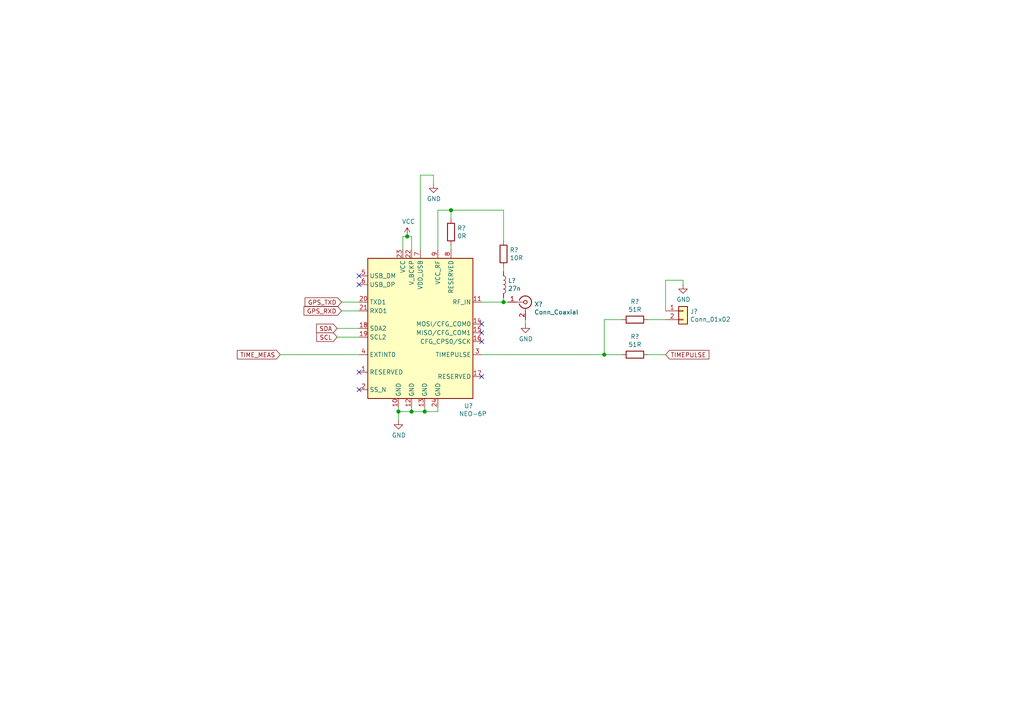
<source format=kicad_sch>
(kicad_sch (version 20210406) (generator eeschema)
  (paper "A4")
  (lib_symbols
    (symbol "Connector_Generic:Conn_01x02" (pin_names (offset 1.016) hide)
      (property "Reference" "J" (at 0 2.54 0))
      (property "Value" "Conn_01x02" (at 0 -5.08 0))
      (symbol "Conn_01x02_1_1"
        (rectangle (start -1.27 -2.413) (end 0 -2.667) (stroke (width 0.1524)))
        (rectangle (start -1.27 0.127) (end 0 -0.127) (stroke (width 0.1524)))
        (rectangle (start -1.27 1.27) (end 1.27 -3.81) (stroke (width 0.254)) (fill (type background)))
        (pin passive line (at -5.08 0 0) (length 3.81) (name "Pin_1") (number "1"))
        (pin passive line (at -5.08 -2.54 0) (length 3.81) (name "Pin_2") (number "2"))
      )
    )
    (symbol "Device:L" (pin_numbers hide) (pin_names (offset 1.016) hide)
      (property "Reference" "L" (at -1.27 0 90))
      (property "Value" "L" (at 1.905 0 90))
      (symbol "L_0_1"
        (arc (start 0 -2.54) (end 0 -1.27) (radius (at 0 -1.905) (length 0.635) (angles -89.9 89.9)))
        (arc (start 0 -1.27) (end 0 0) (radius (at 0 -0.635) (length 0.635) (angles -89.9 89.9)))
        (arc (start 0 0) (end 0 1.27) (radius (at 0 0.635) (length 0.635) (angles -89.9 89.9)))
        (arc (start 0 1.27) (end 0 2.54) (radius (at 0 1.905) (length 0.635) (angles -89.9 89.9)))
      )
      (symbol "L_1_1"
        (pin passive line (at 0 3.81 270) (length 1.27) (name "1") (number "1"))
        (pin passive line (at 0 -3.81 90) (length 1.27) (name "2") (number "2"))
      )
    )
    (symbol "Device:R" (pin_numbers hide) (pin_names (offset 0))
      (property "Reference" "R" (at 2.032 0 90))
      (property "Value" "R" (at 0 0 90))
      (symbol "R_0_1"
        (rectangle (start -1.016 -2.54) (end 1.016 2.54) (stroke (width 0.254)))
      )
      (symbol "R_1_1"
        (pin passive line (at 0 3.81 270) (length 1.27) (name "~") (number "1"))
        (pin passive line (at 0 -3.81 90) (length 1.27) (name "~") (number "2"))
      )
    )
    (symbol "muonpi-kicad-library:Conn_Coaxial" (pin_names (offset 1.016) hide)
      (property "Reference" "J" (at 0.254 3.048 0))
      (property "Value" "Conn_Coaxial" (at 2.921 0 90))
      (symbol "Conn_Coaxial_0_1"
        (arc (start -1.778 0.508) (end 1.778 0) (radius (at -0.0508 0) (length 1.8034) (angles 163.6 0)) (stroke (width 0.254)))
        (arc (start 1.778 0) (end -1.778 -0.508) (radius (at -0.0254 0) (length 1.8034) (angles 0 -163.8)) (stroke (width 0.254)))
        (circle (center 0 0) (radius 0.508) (stroke (width 0.2032)))
        (polyline (pts (xy -2.54 0) (xy -0.508 0)))
        (polyline (pts (xy 0 -2.54) (xy 0 -1.778)))
      )
      (symbol "Conn_Coaxial_1_1"
        (pin passive line (at -5.08 0 0) (length 2.54) (name "In") (number "1"))
        (pin passive line (at 0 -5.08 90) (length 2.54) (name "Ext") (number "2"))
      )
    )
    (symbol "muonpi-kicad-library:NEO-6P"
      (property "Reference" "U" (at -13.97 21.59 0))
      (property "Value" "NEO-6P" (at 13.97 21.59 0))
      (symbol "NEO-6P_0_1"
        (rectangle (start -15.24 20.32) (end 15.24 -20.32) (stroke (width 0.254)) (fill (type background)))
      )
      (symbol "NEO-6P_1_1"
        (pin input line (at -17.78 -12.7 0) (length 2.54) (name "RESERVED") (number "1"))
        (pin power_in line (at -6.35 -22.86 90) (length 2.54) (name "GND") (number "10"))
        (pin input line (at 17.78 7.62 180) (length 2.54) (name "RF_IN") (number "11"))
        (pin power_in line (at -2.54 -22.86 90) (length 2.54) (name "GND") (number "12"))
        (pin power_in line (at 1.27 -22.86 90) (length 2.54) (name "GND") (number "13"))
        (pin output line (at 17.78 1.27 180) (length 2.54) (name "MOSI/CFG_COM0") (number "14"))
        (pin output line (at 17.78 -1.27 180) (length 2.54) (name "MISO/CFG_COM1") (number "15"))
        (pin output line (at 17.78 -3.81 180) (length 2.54) (name "CFG_CPS0/SCK") (number "16"))
        (pin passive line (at 17.78 -13.97 180) (length 2.54) (name "RESERVED") (number "17"))
        (pin bidirectional line (at -17.78 0 0) (length 2.54) (name "SDA2") (number "18"))
        (pin input line (at -17.78 -2.54 0) (length 2.54) (name "SCL2") (number "19"))
        (pin input line (at -17.78 -17.78 0) (length 2.54) (name "SS_N") (number "2"))
        (pin output line (at -17.78 7.62 0) (length 2.54) (name "TXD1") (number "20"))
        (pin input line (at -17.78 5.08 0) (length 2.54) (name "RXD1") (number "21"))
        (pin power_in line (at -2.54 22.86 270) (length 2.54) (name "V_BCKP") (number "22"))
        (pin power_in line (at -5.08 22.86 270) (length 2.54) (name "VCC") (number "23"))
        (pin power_in line (at 5.08 -22.86 90) (length 2.54) (name "GND") (number "24"))
        (pin output line (at 17.78 -7.62 180) (length 2.54) (name "TIMEPULSE") (number "3"))
        (pin input line (at -17.78 -7.62 0) (length 2.54) (name "EXTINT0") (number "4"))
        (pin bidirectional line (at -17.78 15.24 0) (length 2.54) (name "USB_DM") (number "5"))
        (pin bidirectional line (at -17.78 12.7 0) (length 2.54) (name "USB_DP") (number "6"))
        (pin power_in line (at 0 22.86 270) (length 2.54) (name "VDD_USB") (number "7"))
        (pin input line (at 8.89 22.86 270) (length 2.54) (name "RESERVED") (number "8"))
        (pin power_out line (at 5.08 22.86 270) (length 2.54) (name "VCC_RF") (number "9"))
      )
    )
    (symbol "power:GND" (power) (pin_names (offset 0))
      (property "Value" "GND" (at 0 -3.81 0))
      (symbol "GND_0_1"
        (polyline (pts (xy 0 0) (xy 0 -1.27) (xy 1.27 -1.27) (xy 0 -2.54) (xy -1.27 -1.27) (xy 0 -1.27)))
      )
      (symbol "GND_1_1"
        (pin power_in line (at 0 0 270) (length 0) hide (name "GND") (number "1"))
      )
    )
    (symbol "power:VCC" (power) (pin_names (offset 0))
      (property "Value" "VCC" (at 0 3.81 0))
      (symbol "VCC_0_1"
        (polyline (pts (xy -0.762 1.27) (xy 0 2.54)))
        (polyline (pts (xy 0 0) (xy 0 2.54)))
        (polyline (pts (xy 0 2.54) (xy 0.762 1.27)))
      )
      (symbol "VCC_1_1"
        (pin power_in line (at 0 0 90) (length 0) hide (name "VCC") (number "1"))
      )
    )
  )
  (junction (at 115.57 119.38) (diameter 1.016))
  (junction (at 118.11 68.58) (diameter 1.016))
  (junction (at 119.38 119.38) (diameter 1.016))
  (junction (at 123.19 119.38) (diameter 1.016))
  (junction (at 130.81 60.96) (diameter 1.016))
  (junction (at 146.05 87.63) (diameter 1.016))
  (junction (at 175.26 102.87) (diameter 1.016))
  (no_connect (at 104.14 80.01))
  (no_connect (at 104.14 82.55))
  (no_connect (at 104.14 107.95))
  (no_connect (at 104.14 113.03))
  (no_connect (at 139.7 93.98))
  (no_connect (at 139.7 96.52))
  (no_connect (at 139.7 99.06))
  (no_connect (at 139.7 109.22))
  (wire (pts (xy 81.28 102.87) (xy 104.14 102.87)))
  (wire (pts (xy 97.79 95.25) (xy 104.14 95.25)))
  (wire (pts (xy 97.79 97.79) (xy 104.14 97.79)))
  (wire (pts (xy 99.06 87.63) (xy 104.14 87.63)))
  (wire (pts (xy 99.06 90.17) (xy 104.14 90.17)))
  (wire (pts (xy 115.57 118.11) (xy 115.57 119.38)))
  (wire (pts (xy 115.57 119.38) (xy 115.57 121.92)))
  (wire (pts (xy 116.84 68.58) (xy 118.11 68.58)))
  (wire (pts (xy 116.84 72.39) (xy 116.84 68.58)))
  (wire (pts (xy 118.11 68.58) (xy 119.38 68.58)))
  (wire (pts (xy 119.38 72.39) (xy 119.38 68.58)))
  (wire (pts (xy 119.38 118.11) (xy 119.38 119.38)))
  (wire (pts (xy 119.38 119.38) (xy 115.57 119.38)))
  (wire (pts (xy 121.92 50.8) (xy 125.73 50.8)))
  (wire (pts (xy 121.92 72.39) (xy 121.92 50.8)))
  (wire (pts (xy 123.19 118.11) (xy 123.19 119.38)))
  (wire (pts (xy 123.19 119.38) (xy 119.38 119.38)))
  (wire (pts (xy 125.73 50.8) (xy 125.73 53.34)))
  (wire (pts (xy 127 60.96) (xy 130.81 60.96)))
  (wire (pts (xy 127 72.39) (xy 127 60.96)))
  (wire (pts (xy 127 118.11) (xy 127 119.38)))
  (wire (pts (xy 127 119.38) (xy 123.19 119.38)))
  (wire (pts (xy 130.81 60.96) (xy 130.81 63.5)))
  (wire (pts (xy 130.81 60.96) (xy 146.05 60.96)))
  (wire (pts (xy 130.81 71.12) (xy 130.81 72.39)))
  (wire (pts (xy 139.7 87.63) (xy 146.05 87.63)))
  (wire (pts (xy 139.7 102.87) (xy 175.26 102.87)))
  (wire (pts (xy 146.05 60.96) (xy 146.05 69.85)))
  (wire (pts (xy 146.05 77.47) (xy 146.05 78.74)))
  (wire (pts (xy 146.05 86.36) (xy 146.05 87.63)))
  (wire (pts (xy 146.05 87.63) (xy 147.32 87.63)))
  (wire (pts (xy 152.4 92.71) (xy 152.4 93.98)))
  (wire (pts (xy 175.26 92.71) (xy 175.26 102.87)))
  (wire (pts (xy 175.26 102.87) (xy 180.34 102.87)))
  (wire (pts (xy 180.34 92.71) (xy 175.26 92.71)))
  (wire (pts (xy 187.96 92.71) (xy 193.04 92.71)))
  (wire (pts (xy 187.96 102.87) (xy 193.04 102.87)))
  (wire (pts (xy 193.04 81.28) (xy 198.12 81.28)))
  (wire (pts (xy 193.04 90.17) (xy 193.04 81.28)))
  (wire (pts (xy 198.12 81.28) (xy 198.12 82.55)))
  (global_label "TIME_MEAS" (shape input) (at 81.28 102.87 180) (property "Intersheet References" "${INTERSHEET_REFS}" (effects hide)))
  (global_label "SDA" (shape input) (at 97.79 95.25 180) (property "Intersheet References" "${INTERSHEET_REFS}" (effects hide)))
  (global_label "SCL" (shape input) (at 97.79 97.79 180) (property "Intersheet References" "${INTERSHEET_REFS}" (effects hide)))
  (global_label "GPS_TXD" (shape input) (at 99.06 87.63 180) (property "Intersheet References" "${INTERSHEET_REFS}" (effects hide)))
  (global_label "GPS_RXD" (shape input) (at 99.06 90.17 180) (property "Intersheet References" "${INTERSHEET_REFS}" (effects hide)))
  (global_label "TIMEPULSE" (shape input) (at 193.04 102.87 0) (property "Intersheet References" "${INTERSHEET_REFS}" (effects hide)))
  (symbol (lib_id "power:VCC") (at 118.11 68.58 0) (unit 1)
    (property "Reference" "#PWR?" (effects hide))
    (property "Value" "VCC" (at 118.4783 64.2556 0))
  )
  (symbol (lib_id "power:GND") (at 115.57 121.92 0) (unit 1)
    (property "Reference" "#PWR?" (effects hide))
    (property "Value" "GND" (at 115.6843 126.2444 0))
  )
  (symbol (lib_id "power:GND") (at 125.73 53.34 0) (unit 1)
    (property "Reference" "#PWR?" (effects hide))
    (property "Value" "GND" (at 125.8443 57.6644 0))
  )
  (symbol (lib_id "power:GND") (at 152.4 93.98 0) (unit 1)
    (property "Reference" "#PWR?" (effects hide))
    (property "Value" "GND" (at 152.5143 98.3044 0))
  )
  (symbol (lib_id "power:GND") (at 198.12 82.55 0) (unit 1)
    (property "Reference" "#PWR?" (effects hide))
    (property "Value" "GND" (at 198.2343 86.8744 0))
  )
  (symbol (lib_id "Device:L") (at 146.05 82.55 0) (unit 1)
    (property "Reference" "L?" (at 147.3201 81.4006 0) (effects (justify left)))
    (property "Value" "27n" (at 147.3201 83.6993 0) (effects (justify left)))
  )
  (symbol (lib_id "Device:R") (at 130.81 67.31 0) (unit 1)
    (property "Reference" "R?" (at 132.5881 66.1606 0) (effects (justify left)))
    (property "Value" "0R" (at 132.5881 68.4593 0) (effects (justify left)))
  )
  (symbol (lib_id "Device:R") (at 146.05 73.66 0) (unit 1)
    (property "Reference" "R?" (at 147.8281 72.5106 0) (effects (justify left)))
    (property "Value" "10R" (at 147.8281 74.8093 0) (effects (justify left)))
  )
  (symbol (lib_id "Device:R") (at 184.15 92.71 90) (unit 1)
    (property "Reference" "R?" (at 184.15 87.4776 90))
    (property "Value" "51R" (at 184.15 89.789 90))
  )
  (symbol (lib_id "Device:R") (at 184.15 102.87 90) (unit 1)
    (property "Reference" "R?" (at 184.15 97.6376 90))
    (property "Value" "51R" (at 184.15 99.949 90))
  )
  (symbol (lib_id "Connector_Generic:Conn_01x02") (at 198.12 90.17 0) (unit 1)
    (property "Reference" "J?" (at 200.1521 90.3414 0) (effects (justify left)))
    (property "Value" "Conn_01x02" (at 200.1521 92.6401 0) (effects (justify left)))
  )
  (symbol (lib_id "muonpi-kicad-library:Conn_Coaxial") (at 152.4 87.63 0) (unit 1)
    (property "Reference" "X?" (at 154.94 88.2396 0) (effects (justify left)))
    (property "Value" "Conn_Coaxial" (at 154.9401 90.5446 0) (effects (justify left)))
    (property "Footprint" "muonpi-kicad-library:SMA_Samtec_SMA-J-P-X-ST-EM1_EdgeMount" (effects hide))
    (property "Datasheet" " ~" (effects hide))
  )
  (symbol (lib_id "muonpi-kicad-library:NEO-6P") (at 121.92 95.25 0) (unit 1)
    (property "Reference" "U?" (at 135.89 117.729 0))
    (property "Value" "NEO-6P" (at 137.16 120.0341 0))
    (property "Footprint" "muonpi-kicad-library:ublox_NEO" (effects hide))
    (property "Datasheet" "https://www.u-blox.com/en/ubx-viewer/view/NEO-6_DataSheet_(GPS.G6-HW-09005)?url=https%3A%2F%2Fwww.u-blox.com%2Fsites%2Fdefault%2Ffiles%2Fproducts%2Fdocuments%2FNEO-6_DataSheet_%2528GPS.G6-HW-09005%2529.pdf" (effects hide))
  )
)
</source>
